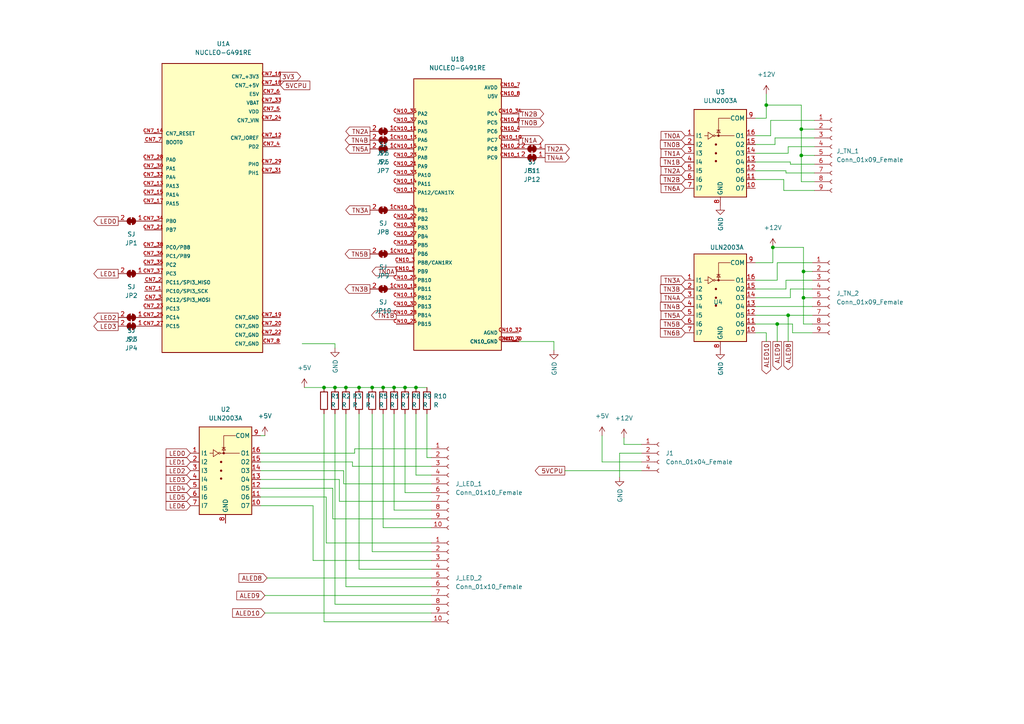
<source format=kicad_sch>
(kicad_sch (version 20211123) (generator eeschema)
  (paper "A4")
  (lib_symbols
    (symbol "Connector:Conn_01x04_Female" (pin_names (offset 1.016) hide)
      (property "Reference" "J" (at 0 5.08 0))
      (property "Value" "Conn_01x04_Female" (at 0 -7.62 0))
      (symbol "Conn_01x04_Female_1_1"
        (arc (start 0 -4.572) (mid -0.508 -5.08) (end 0 -5.588) (stroke (width 0.1524)))
        (arc (start 0 -2.032) (mid -0.508 -2.54) (end 0 -3.048) (stroke (width 0.1524)))
        (polyline (pts (xy -1.27 -5.08) (xy -0.508 -5.08)) (stroke (width 0.1524)))
        (polyline (pts (xy -1.27 -2.54) (xy -0.508 -2.54)) (stroke (width 0.1524)))
        (polyline (pts (xy -1.27 0) (xy -0.508 0)) (stroke (width 0.1524)))
        (polyline (pts (xy -1.27 2.54) (xy -0.508 2.54)) (stroke (width 0.1524)))
        (arc (start 0 0.508) (mid -0.508 0) (end 0 -0.508) (stroke (width 0.1524)))
        (arc (start 0 3.048) (mid -0.508 2.54) (end 0 2.032) (stroke (width 0.1524)))
        (pin passive line (at -5.08 2.54 0) (length 3.81) (name "Pin_1") (number "1"))
        (pin passive line (at -5.08 0 0) (length 3.81) (name "Pin_2") (number "2"))
        (pin passive line (at -5.08 -2.54 0) (length 3.81) (name "Pin_3") (number "3"))
        (pin passive line (at -5.08 -5.08 0) (length 3.81) (name "Pin_4") (number "4"))
      )
    )
    (symbol "Connector:Conn_01x09_Female" (pin_names (offset 1.016) hide)
      (property "Reference" "J" (at 0 12.7 0))
      (property "Value" "Conn_01x09_Female" (at 0 -12.7 0))
      (symbol "Conn_01x09_Female_1_1"
        (arc (start 0 -9.652) (mid -0.508 -10.16) (end 0 -10.668) (stroke (width 0.1524)))
        (arc (start 0 -7.112) (mid -0.508 -7.62) (end 0 -8.128) (stroke (width 0.1524)))
        (arc (start 0 -4.572) (mid -0.508 -5.08) (end 0 -5.588) (stroke (width 0.1524)))
        (arc (start 0 -2.032) (mid -0.508 -2.54) (end 0 -3.048) (stroke (width 0.1524)))
        (polyline (pts (xy -1.27 -10.16) (xy -0.508 -10.16)) (stroke (width 0.1524)))
        (polyline (pts (xy -1.27 -7.62) (xy -0.508 -7.62)) (stroke (width 0.1524)))
        (polyline (pts (xy -1.27 -5.08) (xy -0.508 -5.08)) (stroke (width 0.1524)))
        (polyline (pts (xy -1.27 -2.54) (xy -0.508 -2.54)) (stroke (width 0.1524)))
        (polyline (pts (xy -1.27 0) (xy -0.508 0)) (stroke (width 0.1524)))
        (polyline (pts (xy -1.27 2.54) (xy -0.508 2.54)) (stroke (width 0.1524)))
        (polyline (pts (xy -1.27 5.08) (xy -0.508 5.08)) (stroke (width 0.1524)))
        (polyline (pts (xy -1.27 7.62) (xy -0.508 7.62)) (stroke (width 0.1524)))
        (polyline (pts (xy -1.27 10.16) (xy -0.508 10.16)) (stroke (width 0.1524)))
        (arc (start 0 0.508) (mid -0.508 0) (end 0 -0.508) (stroke (width 0.1524)))
        (arc (start 0 3.048) (mid -0.508 2.54) (end 0 2.032) (stroke (width 0.1524)))
        (arc (start 0 5.588) (mid -0.508 5.08) (end 0 4.572) (stroke (width 0.1524)))
        (arc (start 0 8.128) (mid -0.508 7.62) (end 0 7.112) (stroke (width 0.1524)))
        (arc (start 0 10.668) (mid -0.508 10.16) (end 0 9.652) (stroke (width 0.1524)))
        (pin passive line (at -5.08 10.16 0) (length 3.81) (name "Pin_1") (number "1"))
        (pin passive line (at -5.08 7.62 0) (length 3.81) (name "Pin_2") (number "2"))
        (pin passive line (at -5.08 5.08 0) (length 3.81) (name "Pin_3") (number "3"))
        (pin passive line (at -5.08 2.54 0) (length 3.81) (name "Pin_4") (number "4"))
        (pin passive line (at -5.08 0 0) (length 3.81) (name "Pin_5") (number "5"))
        (pin passive line (at -5.08 -2.54 0) (length 3.81) (name "Pin_6") (number "6"))
        (pin passive line (at -5.08 -5.08 0) (length 3.81) (name "Pin_7") (number "7"))
        (pin passive line (at -5.08 -7.62 0) (length 3.81) (name "Pin_8") (number "8"))
        (pin passive line (at -5.08 -10.16 0) (length 3.81) (name "Pin_9") (number "9"))
      )
    )
    (symbol "Connector:Conn_01x10_Female" (pin_names (offset 1.016) hide)
      (property "Reference" "J" (at 0 12.7 0))
      (property "Value" "Conn_01x10_Female" (at 0 -15.24 0))
      (symbol "Conn_01x10_Female_1_1"
        (arc (start 0 -12.192) (mid -0.508 -12.7) (end 0 -13.208) (stroke (width 0.1524)))
        (arc (start 0 -9.652) (mid -0.508 -10.16) (end 0 -10.668) (stroke (width 0.1524)))
        (arc (start 0 -7.112) (mid -0.508 -7.62) (end 0 -8.128) (stroke (width 0.1524)))
        (arc (start 0 -4.572) (mid -0.508 -5.08) (end 0 -5.588) (stroke (width 0.1524)))
        (arc (start 0 -2.032) (mid -0.508 -2.54) (end 0 -3.048) (stroke (width 0.1524)))
        (polyline (pts (xy -1.27 -12.7) (xy -0.508 -12.7)) (stroke (width 0.1524)))
        (polyline (pts (xy -1.27 -10.16) (xy -0.508 -10.16)) (stroke (width 0.1524)))
        (polyline (pts (xy -1.27 -7.62) (xy -0.508 -7.62)) (stroke (width 0.1524)))
        (polyline (pts (xy -1.27 -5.08) (xy -0.508 -5.08)) (stroke (width 0.1524)))
        (polyline (pts (xy -1.27 -2.54) (xy -0.508 -2.54)) (stroke (width 0.1524)))
        (polyline (pts (xy -1.27 0) (xy -0.508 0)) (stroke (width 0.1524)))
        (polyline (pts (xy -1.27 2.54) (xy -0.508 2.54)) (stroke (width 0.1524)))
        (polyline (pts (xy -1.27 5.08) (xy -0.508 5.08)) (stroke (width 0.1524)))
        (polyline (pts (xy -1.27 7.62) (xy -0.508 7.62)) (stroke (width 0.1524)))
        (polyline (pts (xy -1.27 10.16) (xy -0.508 10.16)) (stroke (width 0.1524)))
        (arc (start 0 0.508) (mid -0.508 0) (end 0 -0.508) (stroke (width 0.1524)))
        (arc (start 0 3.048) (mid -0.508 2.54) (end 0 2.032) (stroke (width 0.1524)))
        (arc (start 0 5.588) (mid -0.508 5.08) (end 0 4.572) (stroke (width 0.1524)))
        (arc (start 0 8.128) (mid -0.508 7.62) (end 0 7.112) (stroke (width 0.1524)))
        (arc (start 0 10.668) (mid -0.508 10.16) (end 0 9.652) (stroke (width 0.1524)))
        (pin passive line (at -5.08 10.16 0) (length 3.81) (name "Pin_1") (number "1"))
        (pin passive line (at -5.08 -12.7 0) (length 3.81) (name "Pin_10") (number "10"))
        (pin passive line (at -5.08 7.62 0) (length 3.81) (name "Pin_2") (number "2"))
        (pin passive line (at -5.08 5.08 0) (length 3.81) (name "Pin_3") (number "3"))
        (pin passive line (at -5.08 2.54 0) (length 3.81) (name "Pin_4") (number "4"))
        (pin passive line (at -5.08 0 0) (length 3.81) (name "Pin_5") (number "5"))
        (pin passive line (at -5.08 -2.54 0) (length 3.81) (name "Pin_6") (number "6"))
        (pin passive line (at -5.08 -5.08 0) (length 3.81) (name "Pin_7") (number "7"))
        (pin passive line (at -5.08 -7.62 0) (length 3.81) (name "Pin_8") (number "8"))
        (pin passive line (at -5.08 -10.16 0) (length 3.81) (name "Pin_9") (number "9"))
      )
    )
    (symbol "Device:R" (pin_numbers hide) (pin_names (offset 0))
      (property "Reference" "R" (at 2.032 0 90))
      (property "Value" "R" (at 0 0 90))
      (symbol "R_0_1"
        (rectangle (start -1.016 -2.54) (end 1.016 2.54) (stroke (width 0.254)))
      )
      (symbol "R_1_1"
        (pin passive line (at 0 3.81 270) (length 1.27) (name "~") (number "1"))
        (pin passive line (at 0 -3.81 90) (length 1.27) (name "~") (number "2"))
      )
    )
    (symbol "Jumper:SolderJumper_2_Bridged" (pin_names (offset 0) hide)
      (property "Reference" "JP" (at 0 2.032 0))
      (property "Value" "SolderJumper_2_Bridged" (at 0 -2.54 0))
      (symbol "SolderJumper_2_Bridged_0_1"
        (rectangle (start -0.508 0.508) (end 0.508 -0.508) (fill (type outline)))
        (arc (start -0.254 1.016) (mid -1.27 0) (end -0.254 -1.016))
        (arc (start -0.254 1.016) (mid -1.27 0) (end -0.254 -1.016) (fill (type outline)))
        (polyline (pts (xy -0.254 1.016) (xy -0.254 -1.016)))
        (polyline (pts (xy 0.254 1.016) (xy 0.254 -1.016)))
        (arc (start 0.254 -1.016) (mid 1.27 0) (end 0.254 1.016))
        (arc (start 0.254 -1.016) (mid 1.27 0) (end 0.254 1.016) (fill (type outline)))
      )
      (symbol "SolderJumper_2_Bridged_1_1"
        (pin passive line (at -3.81 0 0) (length 2.54) (name "A") (number "1"))
        (pin passive line (at 3.81 0 180) (length 2.54) (name "B") (number "2"))
      )
    )
    (symbol "NUCLEO-G491RE_1" (pin_names (offset 1.016))
      (property "Reference" "U1" (at 0 46.355 0))
      (property "Value" "NUCLEO-G491RE" (at 0 43.815 0))
      (symbol "NUCLEO-G491RE_1_1_0"
        (rectangle (start -17.78 40.64) (end 11.43 -43.18) (stroke (width 0.254)) (fill (type background)))
        (pin bidirectional line (at -22.86 -25.4 0) (length 5.08) (name "PC10/SPI3_SCK") (number "CN7_1"))
        (pin bidirectional line (at 16.51 19.05 180) (length 5.08) (name "CN7_IOREF") (number "CN7_12"))
        (pin bidirectional line (at -22.86 5.08 0) (length 5.08) (name "PA13") (number "CN7_13"))
        (pin bidirectional line (at -22.86 20.32 0) (length 5.08) (name "CN7_RESET") (number "CN7_14"))
        (pin bidirectional line (at -22.86 2.54 0) (length 5.08) (name "PA14") (number "CN7_15"))
        (pin power_in line (at 16.51 36.83 180) (length 5.08) (name "CN7_+3V3") (number "CN7_16"))
        (pin bidirectional line (at -22.86 0 0) (length 5.08) (name "PA15") (number "CN7_17"))
        (pin power_in line (at 16.51 34.29 180) (length 5.08) (name "CN7_+5V") (number "CN7_18"))
        (pin power_in line (at 16.51 -33.02 180) (length 5.08) (name "CN7_GND") (number "CN7_19"))
        (pin bidirectional line (at -22.86 -22.86 0) (length 5.08) (name "PC11/SPI3_MISO") (number "CN7_2"))
        (pin power_in line (at 16.51 -35.56 180) (length 5.08) (name "CN7_GND") (number "CN7_20"))
        (pin bidirectional line (at -22.86 -7.62 0) (length 5.08) (name "PB7") (number "CN7_21"))
        (pin power_in line (at 16.51 -38.1 180) (length 5.08) (name "CN7_GND") (number "CN7_22"))
        (pin bidirectional line (at -22.86 -30.48 0) (length 5.08) (name "PC13") (number "CN7_23"))
        (pin power_in line (at 16.51 24.13 180) (length 5.08) (name "CN7_VIN") (number "CN7_24"))
        (pin bidirectional line (at -22.86 -33.02 0) (length 5.08) (name "PC14") (number "CN7_25"))
        (pin bidirectional line (at -22.86 -35.56 0) (length 5.08) (name "PC15") (number "CN7_27"))
        (pin bidirectional line (at -22.86 12.7 0) (length 5.08) (name "PA0") (number "CN7_28"))
        (pin bidirectional line (at 16.51 11.43 180) (length 5.08) (name "PH0") (number "CN7_29"))
        (pin bidirectional line (at -22.86 -27.94 0) (length 5.08) (name "PC12/SPI3_MOSI") (number "CN7_3"))
        (pin bidirectional line (at -22.86 10.16 0) (length 5.08) (name "PA1") (number "CN7_30"))
        (pin bidirectional line (at 16.51 8.89 180) (length 5.08) (name "PH1") (number "CN7_31"))
        (pin bidirectional line (at -22.86 7.62 0) (length 5.08) (name "PA4") (number "CN7_32"))
        (pin power_in line (at 16.51 29.21 180) (length 5.08) (name "VBAT") (number "CN7_33"))
        (pin bidirectional line (at -22.86 -5.08 0) (length 5.08) (name "PB0") (number "CN7_34"))
        (pin bidirectional line (at -22.86 -17.78 0) (length 5.08) (name "PC2") (number "CN7_35"))
        (pin bidirectional line (at -22.86 -15.24 0) (length 5.08) (name "PC1/PB9") (number "CN7_36"))
        (pin bidirectional line (at -22.86 -20.32 0) (length 5.08) (name "PC3") (number "CN7_37"))
        (pin bidirectional line (at -22.86 -12.7 0) (length 5.08) (name "PC0/PB8") (number "CN7_38"))
        (pin bidirectional line (at 16.51 16.51 180) (length 5.08) (name "PD2") (number "CN7_4"))
        (pin power_in line (at 16.51 26.67 180) (length 5.08) (name "VDD") (number "CN7_5"))
        (pin power_in line (at 16.51 31.75 180) (length 5.08) (name "E5V") (number "CN7_6"))
        (pin bidirectional line (at -22.86 17.78 0) (length 5.08) (name "BOOT0") (number "CN7_7"))
        (pin power_in line (at 16.51 -40.64 180) (length 5.08) (name "CN7_GND") (number "CN7_8"))
      )
      (symbol "NUCLEO-G491RE_1_2_0"
        (rectangle (start -12.7 -40.64) (end 12.7 38.1) (stroke (width 0.254)) (fill (type background)))
        (pin bidirectional line (at 17.78 15.24 180) (length 5.08) (name "PC9") (number "CN10_1"))
        (pin bidirectional line (at -17.78 22.86 0) (length 5.08) (name "PA5") (number "CN10_11"))
        (pin bidirectional line (at -17.78 5.08 0) (length 5.08) (name "PA12/CAN1TX") (number "CN10_12"))
        (pin bidirectional line (at -17.78 20.32 0) (length 5.08) (name "PA6") (number "CN10_13"))
        (pin bidirectional line (at -17.78 7.62 0) (length 5.08) (name "PA11") (number "CN10_14"))
        (pin bidirectional line (at -17.78 17.78 0) (length 5.08) (name "PA7") (number "CN10_15"))
        (pin bidirectional line (at -17.78 -22.86 0) (length 5.08) (name "PB12") (number "CN10_16"))
        (pin bidirectional line (at -17.78 -12.7 0) (length 5.08) (name "PB6") (number "CN10_17"))
        (pin bidirectional line (at 17.78 20.32 180) (length 5.08) (name "PC7") (number "CN10_19"))
        (pin bidirectional line (at 17.78 17.78 180) (length 5.08) (name "PC8") (number "CN10_2"))
        (pin power_in line (at 17.78 -38.1 180) (length 5.08) (name "CN10_GND") (number "CN10_20"))
        (pin bidirectional line (at -17.78 12.7 0) (length 5.08) (name "PA9") (number "CN10_21"))
        (pin bidirectional line (at -17.78 -2.54 0) (length 5.08) (name "PB2") (number "CN10_22"))
        (pin bidirectional line (at -17.78 15.24 0) (length 5.08) (name "PA8") (number "CN10_23"))
        (pin bidirectional line (at -17.78 0 0) (length 5.08) (name "PB1") (number "CN10_24"))
        (pin bidirectional line (at -17.78 -20.32 0) (length 5.08) (name "PB10") (number "CN10_25"))
        (pin bidirectional line (at -17.78 -30.48 0) (length 5.08) (name "PB15") (number "CN10_26"))
        (pin bidirectional line (at -17.78 -7.62 0) (length 5.08) (name "PB4") (number "CN10_27"))
        (pin bidirectional line (at -17.78 -27.94 0) (length 5.08) (name "PB14") (number "CN10_28"))
        (pin bidirectional line (at -17.78 -10.16 0) (length 5.08) (name "PB5") (number "CN10_29"))
        (pin bidirectional line (at -17.78 -15.24 0) (length 5.08) (name "PB8/CAN1RX") (number "CN10_3"))
        (pin bidirectional line (at -17.78 -25.4 0) (length 5.08) (name "PB13") (number "CN10_30"))
        (pin bidirectional line (at -17.78 -5.08 0) (length 5.08) (name "PB3") (number "CN10_31"))
        (pin power_in line (at 17.78 -35.56 180) (length 5.08) (name "AGND") (number "CN10_32"))
        (pin bidirectional line (at -17.78 10.16 0) (length 5.08) (name "PA10") (number "CN10_33"))
        (pin bidirectional line (at 17.78 27.94 180) (length 5.08) (name "PC4") (number "CN10_34"))
        (pin bidirectional line (at -17.78 27.94 0) (length 5.08) (name "PA2") (number "CN10_35"))
        (pin bidirectional line (at -17.78 25.4 0) (length 5.08) (name "PA3") (number "CN10_37"))
        (pin bidirectional line (at 17.78 22.86 180) (length 5.08) (name "PC6") (number "CN10_4"))
        (pin bidirectional line (at -17.78 -17.78 0) (length 5.08) (name "PB9") (number "CN10_5"))
        (pin bidirectional line (at 17.78 25.4 180) (length 5.08) (name "PC5") (number "CN10_6"))
        (pin power_in line (at 17.78 35.56 180) (length 5.08) (name "AVDD") (number "CN10_7"))
        (pin power_in line (at 17.78 33.02 180) (length 5.08) (name "U5V") (number "CN10_8"))
        (pin power_in line (at 17.78 -38.1 180) (length 5.08) (name "CN10_GND") (number "CN10_9"))
      )
      (symbol "NUCLEO-G491RE_1_3_0"
        (rectangle (start -15.24 -12.7) (end 15.24 10.16) (stroke (width 0.254)) (fill (type background)))
        (pin bidirectional line (at -20.32 -5.08 0) (length 5.08) (name "CN6_IOREF") (number "CN6_2"))
        (pin bidirectional line (at -20.32 -2.54 0) (length 5.08) (name "CN6_RESET") (number "CN6_3"))
        (pin power_in line (at 20.32 2.54 180) (length 5.08) (name "CN6_+3V3") (number "CN6_4"))
        (pin power_in line (at 20.32 5.08 180) (length 5.08) (name "CN6_+5V") (number "CN6_5"))
        (pin power_in line (at 20.32 -10.16 180) (length 5.08) (name "CN6_GND") (number "CN6_6"))
        (pin power_in line (at 20.32 -10.16 180) (length 5.08) (name "CN6_GND") (number "CN6_7"))
        (pin power_in line (at 20.32 7.62 180) (length 5.08) (name "CN6_VIN") (number "CN6_8"))
      )
      (symbol "NUCLEO-G491RE_1_4_0"
        (rectangle (start -5.08 -12.7) (end 5.08 12.7) (stroke (width 0.254)) (fill (type background)))
        (pin input line (at -10.16 10.16 0) (length 5.08) (name "D0") (number "CN9_1"))
        (pin output line (at -10.16 7.62 0) (length 5.08) (name "D1") (number "CN9_2"))
        (pin bidirectional line (at -10.16 2.54 0) (length 5.08) (name "D2") (number "CN9_3"))
        (pin bidirectional line (at -10.16 0 0) (length 5.08) (name "D3") (number "CN9_4"))
        (pin bidirectional line (at -10.16 -2.54 0) (length 5.08) (name "D4") (number "CN9_5"))
        (pin bidirectional line (at -10.16 -5.08 0) (length 5.08) (name "D5") (number "CN9_6"))
        (pin bidirectional line (at -10.16 -7.62 0) (length 5.08) (name "D6") (number "CN9_7"))
        (pin bidirectional line (at -10.16 -10.16 0) (length 5.08) (name "D7") (number "CN9_8"))
      )
      (symbol "NUCLEO-G491RE_1_5_0"
        (rectangle (start -5.08 -10.16) (end 5.08 7.62) (stroke (width 0.254)) (fill (type background)))
        (pin input line (at -10.16 5.08 0) (length 5.08) (name "A0") (number "CN8_1"))
        (pin input line (at -10.16 2.54 0) (length 5.08) (name "A1") (number "CN8_2"))
        (pin input line (at -10.16 0 0) (length 5.08) (name "A2") (number "CN8_3"))
        (pin input line (at -10.16 -2.54 0) (length 5.08) (name "A3") (number "CN8_4"))
        (pin input line (at -10.16 -5.08 0) (length 5.08) (name "A4") (number "CN8_5"))
        (pin input line (at -10.16 -7.62 0) (length 5.08) (name "A5") (number "CN8_6"))
      )
      (symbol "NUCLEO-G491RE_1_6_0"
        (rectangle (start -10.16 -17.78) (end 10.16 15.24) (stroke (width 0.254)) (fill (type background)))
        (pin bidirectional line (at -15.24 7.62 0) (length 5.08) (name "D8") (number "CN5_1"))
        (pin bidirectional clock (at -15.24 -10.16 0) (length 5.08) (name "D15") (number "CN5_10"))
        (pin bidirectional line (at -15.24 5.08 0) (length 5.08) (name "D9") (number "CN5_2"))
        (pin bidirectional line (at -15.24 2.54 0) (length 5.08) (name "D10") (number "CN5_3"))
        (pin bidirectional line (at -15.24 0 0) (length 5.08) (name "D11") (number "CN5_4"))
        (pin bidirectional line (at -15.24 -2.54 0) (length 5.08) (name "D12") (number "CN5_5"))
        (pin bidirectional clock (at -15.24 -5.08 0) (length 5.08) (name "D13") (number "CN5_6"))
        (pin power_in line (at 15.24 -15.24 180) (length 5.08) (name "CN5_GND") (number "CN5_7"))
        (pin power_in line (at 15.24 12.7 180) (length 5.08) (name "AREF") (number "CN5_8"))
        (pin bidirectional line (at -15.24 -7.62 0) (length 5.08) (name "D14") (number "CN5_9"))
      )
    )
    (symbol "Transistor_Array:ULN2003A"
      (property "Reference" "U" (at 0 15.875 0))
      (property "Value" "ULN2003A" (at 0 13.97 0))
      (symbol "ULN2003A_0_1"
        (rectangle (start -7.62 -12.7) (end 7.62 12.7) (stroke (width 0.254)) (fill (type background)))
        (circle (center -1.778 5.08) (radius 0.254))
        (circle (center -1.27 -2.286) (radius 0.254) (fill (type outline)))
        (circle (center -1.27 0) (radius 0.254) (fill (type outline)))
        (circle (center -1.27 2.54) (radius 0.254) (fill (type outline)))
        (circle (center -0.508 5.08) (radius 0.254) (fill (type outline)))
        (polyline (pts (xy -4.572 5.08) (xy -3.556 5.08)))
        (polyline (pts (xy -1.524 5.08) (xy 4.064 5.08)))
        (polyline (pts (xy 0 6.731) (xy -1.016 6.731)))
        (polyline (pts (xy -0.508 5.08) (xy -0.508 10.16) (xy 2.921 10.16)))
        (polyline (pts (xy -3.556 6.096) (xy -3.556 4.064) (xy -2.032 5.08) (xy -3.556 6.096)))
        (polyline (pts (xy 0 5.969) (xy -1.016 5.969) (xy -0.508 6.731) (xy 0 5.969)))
      )
      (symbol "ULN2003A_1_1"
        (pin input line (at -10.16 5.08 0) (length 2.54) (name "I1") (number "1"))
        (pin open_collector line (at 10.16 -10.16 180) (length 2.54) (name "O7") (number "10"))
        (pin open_collector line (at 10.16 -7.62 180) (length 2.54) (name "O6") (number "11"))
        (pin open_collector line (at 10.16 -5.08 180) (length 2.54) (name "O5") (number "12"))
        (pin open_collector line (at 10.16 -2.54 180) (length 2.54) (name "O4") (number "13"))
        (pin open_collector line (at 10.16 0 180) (length 2.54) (name "O3") (number "14"))
        (pin open_collector line (at 10.16 2.54 180) (length 2.54) (name "O2") (number "15"))
        (pin open_collector line (at 10.16 5.08 180) (length 2.54) (name "O1") (number "16"))
        (pin input line (at -10.16 2.54 0) (length 2.54) (name "I2") (number "2"))
        (pin input line (at -10.16 0 0) (length 2.54) (name "I3") (number "3"))
        (pin input line (at -10.16 -2.54 0) (length 2.54) (name "I4") (number "4"))
        (pin input line (at -10.16 -5.08 0) (length 2.54) (name "I5") (number "5"))
        (pin input line (at -10.16 -7.62 0) (length 2.54) (name "I6") (number "6"))
        (pin input line (at -10.16 -10.16 0) (length 2.54) (name "I7") (number "7"))
        (pin power_in line (at 0 -15.24 90) (length 2.54) (name "GND") (number "8"))
        (pin passive line (at 10.16 10.16 180) (length 2.54) (name "COM") (number "9"))
      )
    )
    (symbol "nucleo64:NUCLEO-G491RE" (pin_names (offset 1.016))
      (property "Reference" "U1" (at 0 43.815 0))
      (property "Value" "NUCLEO-G491RE" (at 0 41.275 0))
      (symbol "NUCLEO-G491RE_1_0"
        (rectangle (start -17.78 -43.18) (end 17.78 40.64) (stroke (width 0.254)) (fill (type background)))
        (pin bidirectional line (at -22.86 -25.4 0) (length 5.08) (name "PC10") (number "CN7_1"))
        (pin bidirectional line (at 22.86 20.32 180) (length 5.08) (name "CN7_IOREF") (number "CN7_12"))
        (pin bidirectional line (at -22.86 5.08 0) (length 5.08) (name "PA13") (number "CN7_13"))
        (pin bidirectional line (at -22.86 20.32 0) (length 5.08) (name "CN7_RESET") (number "CN7_14"))
        (pin bidirectional line (at -22.86 2.54 0) (length 5.08) (name "PA14") (number "CN7_15"))
        (pin power_in line (at 22.86 38.1 180) (length 5.08) (name "CN7_+3V3") (number "CN7_16"))
        (pin bidirectional line (at -22.86 0 0) (length 5.08) (name "PA15") (number "CN7_17"))
        (pin power_in line (at 22.86 35.56 180) (length 5.08) (name "CN7_+5V") (number "CN7_18"))
        (pin power_in line (at 22.86 -40.64 180) (length 5.08) (name "CN7_GND") (number "CN7_19"))
        (pin bidirectional line (at -22.86 -22.86 0) (length 5.08) (name "PC11") (number "CN7_2"))
        (pin power_in line (at 22.86 -40.64 180) (length 5.08) (name "CN7_GND") (number "CN7_20"))
        (pin bidirectional line (at -22.86 -7.62 0) (length 5.08) (name "PB7") (number "CN7_21"))
        (pin power_in line (at 22.86 -40.64 180) (length 5.08) (name "CN7_GND") (number "CN7_22"))
        (pin bidirectional line (at -22.86 -30.48 0) (length 5.08) (name "PC13") (number "CN7_23"))
        (pin power_in line (at 22.86 25.4 180) (length 5.08) (name "CN7_VIN") (number "CN7_24"))
        (pin bidirectional line (at -22.86 -33.02 0) (length 5.08) (name "PC14") (number "CN7_25"))
        (pin bidirectional line (at -22.86 -35.56 0) (length 5.08) (name "PC15") (number "CN7_27"))
        (pin bidirectional line (at -22.86 12.7 0) (length 5.08) (name "PA0") (number "CN7_28"))
        (pin bidirectional line (at 22.86 12.7 180) (length 5.08) (name "PH0") (number "CN7_29"))
        (pin bidirectional line (at -22.86 -27.94 0) (length 5.08) (name "PC12") (number "CN7_3"))
        (pin bidirectional line (at -22.86 10.16 0) (length 5.08) (name "PA1") (number "CN7_30"))
        (pin bidirectional line (at 22.86 10.16 180) (length 5.08) (name "PH1") (number "CN7_31"))
        (pin bidirectional line (at -22.86 7.62 0) (length 5.08) (name "PA4") (number "CN7_32"))
        (pin power_in line (at 22.86 30.48 180) (length 5.08) (name "VBAT") (number "CN7_33"))
        (pin bidirectional line (at -22.86 -5.08 0) (length 5.08) (name "PB0") (number "CN7_34"))
        (pin bidirectional line (at -22.86 -17.78 0) (length 5.08) (name "PC2") (number "CN7_35"))
        (pin bidirectional line (at -22.86 -15.24 0) (length 5.08) (name "PC1/PB9") (number "CN7_36"))
        (pin bidirectional line (at -22.86 -20.32 0) (length 5.08) (name "PC3") (number "CN7_37"))
        (pin bidirectional line (at -22.86 -12.7 0) (length 5.08) (name "PC0/PB8") (number "CN7_38"))
        (pin bidirectional line (at 22.86 17.78 180) (length 5.08) (name "PD2") (number "CN7_4"))
        (pin power_in line (at 22.86 27.94 180) (length 5.08) (name "VDD") (number "CN7_5"))
        (pin power_in line (at 22.86 33.02 180) (length 5.08) (name "E5V") (number "CN7_6"))
        (pin bidirectional line (at -22.86 17.78 0) (length 5.08) (name "BOOT0") (number "CN7_7"))
        (pin power_in line (at 22.86 -40.64 180) (length 5.08) (name "CN7_GND") (number "CN7_8"))
      )
      (symbol "NUCLEO-G491RE_2_0"
        (rectangle (start -12.7 -40.64) (end 12.7 38.1) (stroke (width 0.254)) (fill (type background)))
        (pin bidirectional line (at 17.78 15.24 180) (length 5.08) (name "PC9") (number "CN10_1"))
        (pin bidirectional line (at -17.78 22.86 0) (length 5.08) (name "PA5") (number "CN10_11"))
        (pin bidirectional line (at -17.78 5.08 0) (length 5.08) (name "PA12/CAN1TX") (number "CN10_12"))
        (pin bidirectional line (at -17.78 20.32 0) (length 5.08) (name "PA6") (number "CN10_13"))
        (pin bidirectional line (at -17.78 7.62 0) (length 5.08) (name "PA11") (number "CN10_14"))
        (pin bidirectional line (at -17.78 17.78 0) (length 5.08) (name "PA7") (number "CN10_15"))
        (pin bidirectional line (at -17.78 -25.4 0) (length 5.08) (name "PB12") (number "CN10_16"))
        (pin bidirectional line (at -17.78 -12.7 0) (length 5.08) (name "PB6") (number "CN10_17"))
        (pin bidirectional line (at -17.78 -22.86 0) (length 5.08) (name "PB11") (number "CN10_18"))
        (pin bidirectional line (at 17.78 20.32 180) (length 5.08) (name "PC7") (number "CN10_19"))
        (pin bidirectional line (at 17.78 17.78 180) (length 5.08) (name "PC8") (number "CN10_2"))
        (pin power_in line (at 17.78 -38.1 180) (length 5.08) (name "CN10_GND") (number "CN10_20"))
        (pin bidirectional line (at -17.78 12.7 0) (length 5.08) (name "PA9") (number "CN10_21"))
        (pin bidirectional line (at -17.78 -2.54 0) (length 5.08) (name "PB2") (number "CN10_22"))
        (pin bidirectional line (at -17.78 15.24 0) (length 5.08) (name "PA8") (number "CN10_23"))
        (pin bidirectional line (at -17.78 0 0) (length 5.08) (name "PB1") (number "CN10_24"))
        (pin bidirectional line (at -17.78 -20.32 0) (length 5.08) (name "PB10") (number "CN10_25"))
        (pin bidirectional line (at -17.78 -33.02 0) (length 5.08) (name "PB15") (number "CN10_26"))
        (pin bidirectional line (at -17.78 -7.62 0) (length 5.08) (name "PB4") (number "CN10_27"))
        (pin bidirectional line (at -17.78 -30.48 0) (length 5.08) (name "PB14") (number "CN10_28"))
        (pin bidirectional line (at -17.78 -10.16 0) (length 5.08) (name "PB5") (number "CN10_29"))
        (pin bidirectional line (at -17.78 -15.24 0) (length 5.08) (name "PB8/CAN1RX") (number "CN10_3"))
        (pin bidirectional line (at -17.78 -27.94 0) (length 5.08) (name "PB13") (number "CN10_30"))
        (pin bidirectional line (at -17.78 -5.08 0) (length 5.08) (name "PB3") (number "CN10_31"))
        (pin power_in line (at 17.78 -35.56 180) (length 5.08) (name "AGND") (number "CN10_32"))
        (pin bidirectional line (at -17.78 10.16 0) (length 5.08) (name "PA10") (number "CN10_33"))
        (pin bidirectional line (at 17.78 27.94 180) (length 5.08) (name "PC4") (number "CN10_34"))
        (pin bidirectional line (at -17.78 27.94 0) (length 5.08) (name "PA2") (number "CN10_35"))
        (pin bidirectional line (at -17.78 25.4 0) (length 5.08) (name "PA3") (number "CN10_37"))
        (pin bidirectional line (at 17.78 22.86 180) (length 5.08) (name "PC6") (number "CN10_4"))
        (pin bidirectional line (at -17.78 -17.78 0) (length 5.08) (name "PB9") (number "CN10_5"))
        (pin bidirectional line (at 17.78 25.4 180) (length 5.08) (name "PC5") (number "CN10_6"))
        (pin power_in line (at 17.78 35.56 180) (length 5.08) (name "AVDD") (number "CN10_7"))
        (pin power_in line (at 17.78 33.02 180) (length 5.08) (name "U5V") (number "CN10_8"))
        (pin power_in line (at 17.78 -38.1 180) (length 5.08) (name "CN10_GND") (number "CN10_9"))
      )
      (symbol "NUCLEO-G491RE_3_0"
        (rectangle (start -15.24 -12.7) (end 15.24 10.16) (stroke (width 0.254)) (fill (type background)))
        (pin bidirectional line (at -20.32 -5.08 0) (length 5.08) (name "CN6_IOREF") (number "CN6_2"))
        (pin bidirectional line (at -20.32 -2.54 0) (length 5.08) (name "CN6_RESET") (number "CN6_3"))
        (pin power_in line (at 20.32 2.54 180) (length 5.08) (name "CN6_+3V3") (number "CN6_4"))
        (pin power_in line (at 20.32 5.08 180) (length 5.08) (name "CN6_+5V") (number "CN6_5"))
        (pin power_in line (at 20.32 -10.16 180) (length 5.08) (name "CN6_GND") (number "CN6_6"))
        (pin power_in line (at 20.32 -10.16 180) (length 5.08) (name "CN6_GND") (number "CN6_7"))
        (pin power_in line (at 20.32 7.62 180) (length 5.08) (name "CN6_VIN") (number "CN6_8"))
      )
      (symbol "NUCLEO-G491RE_4_0"
        (rectangle (start -5.08 -12.7) (end 5.08 12.7) (stroke (width 0.254)) (fill (type background)))
        (pin input line (at -10.16 10.16 0) (length 5.08) (name "D0") (number "CN9_1"))
        (pin output line (at -10.16 7.62 0) (length 5.08) (name "D1") (number "CN9_2"))
        (pin bidirectional line (at -10.16 2.54 0) (length 5.08) (name "D2") (number "CN9_3"))
        (pin bidirectional line (at -10.16 0 0) (length 5.08) (name "D3") (number "CN9_4"))
        (pin bidirectional line (at -10.16 -2.54 0) (length 5.08) (name "D4") (number "CN9_5"))
        (pin bidirectional line (at -10.16 -5.08 0) (length 5.08) (name "D5") (number "CN9_6"))
        (pin bidirectional line (at -10.16 -7.62 0) (length 5.08) (name "D6") (number "CN9_7"))
        (pin bidirectional line (at -10.16 -10.16 0) (length 5.08) (name "D7") (number "CN9_8"))
      )
      (symbol "NUCLEO-G491RE_5_0"
        (rectangle (start -5.08 -10.16) (end 5.08 7.62) (stroke (width 0.254)) (fill (type background)))
        (pin input line (at -10.16 5.08 0) (length 5.08) (name "A0") (number "CN8_1"))
        (pin input line (at -10.16 2.54 0) (length 5.08) (name "A1") (number "CN8_2"))
        (pin input line (at -10.16 0 0) (length 5.08) (name "A2") (number "CN8_3"))
        (pin input line (at -10.16 -2.54 0) (length 5.08) (name "A3") (number "CN8_4"))
        (pin input line (at -10.16 -5.08 0) (length 5.08) (name "A4") (number "CN8_5"))
        (pin input line (at -10.16 -7.62 0) (length 5.08) (name "A5") (number "CN8_6"))
      )
      (symbol "NUCLEO-G491RE_6_0"
        (rectangle (start -10.16 -17.78) (end 10.16 15.24) (stroke (width 0.254)) (fill (type background)))
        (pin bidirectional line (at -15.24 7.62 0) (length 5.08) (name "D8") (number "CN5_1"))
        (pin bidirectional clock (at -15.24 -10.16 0) (length 5.08) (name "D15") (number "CN5_10"))
        (pin bidirectional line (at -15.24 5.08 0) (length 5.08) (name "D9") (number "CN5_2"))
        (pin bidirectional line (at -15.24 2.54 0) (length 5.08) (name "D10") (number "CN5_3"))
        (pin bidirectional line (at -15.24 0 0) (length 5.08) (name "D11") (number "CN5_4"))
        (pin bidirectional line (at -15.24 -2.54 0) (length 5.08) (name "D12") (number "CN5_5"))
        (pin bidirectional clock (at -15.24 -5.08 0) (length 5.08) (name "D13") (number "CN5_6"))
        (pin power_in line (at 15.24 -15.24 180) (length 5.08) (name "CN5_GND") (number "CN5_7"))
        (pin power_in line (at 15.24 12.7 180) (length 5.08) (name "AREF") (number "CN5_8"))
        (pin bidirectional line (at -15.24 -7.62 0) (length 5.08) (name "D14") (number "CN5_9"))
      )
    )
    (symbol "power:+12V" (power) (pin_names (offset 0))
      (property "Value" "+12V" (at 0 3.556 0))
      (symbol "+12V_0_1"
        (polyline (pts (xy -0.762 1.27) (xy 0 2.54)))
        (polyline (pts (xy 0 0) (xy 0 2.54)))
        (polyline (pts (xy 0 2.54) (xy 0.762 1.27)))
      )
      (symbol "+12V_1_1"
        (pin power_in line (at 0 0 90) (length 0) hide (name "+12V") (number "1"))
      )
    )
    (symbol "power:+5V" (power) (pin_names (offset 0))
      (property "Value" "+5V" (at 0 3.556 0))
      (symbol "+5V_0_1"
        (polyline (pts (xy -0.762 1.27) (xy 0 2.54)))
        (polyline (pts (xy 0 0) (xy 0 2.54)))
        (polyline (pts (xy 0 2.54) (xy 0.762 1.27)))
      )
      (symbol "+5V_1_1"
        (pin power_in line (at 0 0 90) (length 0) hide (name "+5V") (number "1"))
      )
    )
    (symbol "power:GND" (power) (pin_names (offset 0))
      (property "Value" "GND" (at 0 -3.81 0))
      (symbol "GND_0_1"
        (polyline (pts (xy 0 0) (xy 0 -1.27) (xy 1.27 -1.27) (xy 0 -2.54) (xy -1.27 -1.27) (xy 0 -1.27)))
      )
      (symbol "GND_1_1"
        (pin power_in line (at 0 0 270) (length 0) hide (name "GND") (number "1"))
      )
    )
  )
  (junction (at 225.425 93.98))
  (junction (at 232.41 37.465))
  (junction (at 111.125 112.395))
  (junction (at 222.25 30.48))
  (junction (at 233.045 86.36))
  (junction (at 114.3 112.395))
  (junction (at 107.95 112.395))
  (junction (at 233.045 78.74))
  (junction (at 104.14 112.395))
  (junction (at 224.155 71.755))
  (junction (at 97.155 112.395))
  (junction (at 232.41 45.085))
  (junction (at 120.65 112.395))
  (junction (at 228.6 91.44))
  (junction (at 93.98 112.395))
  (junction (at 117.475 112.395))
  (junction (at 100.33 112.395))
  (wire (pts (xy 76.835 172.72) (xy 125.095 172.72)))
  (wire (pts (xy 232.41 30.48) (xy 222.25 30.48)))
  (wire (pts (xy 219.075 52.07) (xy 227.33 52.07)))
  (wire (pts (xy 227.965 81.28) (xy 235.585 81.28)))
  (wire (pts (xy 219.075 83.82) (xy 227.965 83.82)))
  (wire (pts (xy 75.565 131.445) (xy 102.87 131.445)))
  (wire (pts (xy 233.045 78.74) (xy 235.585 78.74)))
  (wire (pts (xy 163.83 136.525) (xy 186.055 136.525)))
  (wire (pts (xy 224.155 71.755) (xy 233.045 71.755)))
  (wire (pts (xy 117.475 142.875) (xy 125.095 142.875)))
  (wire (pts (xy 219.075 76.2) (xy 224.155 76.2)))
  (wire (pts (xy 222.25 30.48) (xy 222.25 34.29)))
  (wire (pts (xy 102.87 130.175) (xy 125.095 130.175)))
  (wire (pts (xy 222.25 96.52) (xy 222.25 99.06)))
  (wire (pts (xy 94.615 144.145) (xy 94.615 157.48)))
  (wire (pts (xy 229.87 93.98) (xy 229.87 96.52)))
  (wire (pts (xy 123.825 120.015) (xy 123.825 132.715)))
  (wire (pts (xy 219.075 88.9) (xy 235.585 88.9)))
  (wire (pts (xy 102.235 133.985) (xy 102.235 135.255)))
  (wire (pts (xy 107.95 160.02) (xy 125.095 160.02)))
  (wire (pts (xy 233.045 86.36) (xy 235.585 86.36)))
  (wire (pts (xy 114.3 147.955) (xy 125.095 147.955)))
  (wire (pts (xy 233.045 78.74) (xy 233.045 71.755)))
  (wire (pts (xy 232.41 37.465) (xy 236.22 37.465)))
  (wire (pts (xy 219.075 46.99) (xy 229.235 46.99)))
  (wire (pts (xy 229.235 83.82) (xy 235.585 83.82)))
  (wire (pts (xy 75.565 144.145) (xy 94.615 144.145)))
  (wire (pts (xy 98.425 145.415) (xy 125.095 145.415)))
  (wire (pts (xy 235.585 93.98) (xy 233.045 93.98)))
  (wire (pts (xy 100.33 120.015) (xy 100.33 170.18)))
  (wire (pts (xy 219.075 41.91) (xy 224.79 41.91)))
  (wire (pts (xy 117.475 112.395) (xy 120.65 112.395)))
  (wire (pts (xy 232.41 45.085) (xy 236.22 45.085)))
  (wire (pts (xy 117.475 120.015) (xy 117.475 142.875)))
  (wire (pts (xy 107.95 112.395) (xy 111.125 112.395)))
  (wire (pts (xy 219.075 91.44) (xy 228.6 91.44)))
  (wire (pts (xy 180.975 127) (xy 180.975 128.905)))
  (wire (pts (xy 179.705 138.43) (xy 179.705 131.445)))
  (wire (pts (xy 104.14 112.395) (xy 107.95 112.395)))
  (wire (pts (xy 225.425 76.2) (xy 235.585 76.2)))
  (wire (pts (xy 219.075 86.36) (xy 229.235 86.36)))
  (wire (pts (xy 125.095 180.34) (xy 93.98 180.34)))
  (wire (pts (xy 123.825 132.715) (xy 125.095 132.715)))
  (wire (pts (xy 227.965 49.53) (xy 227.965 50.165)))
  (wire (pts (xy 179.705 131.445) (xy 186.055 131.445)))
  (wire (pts (xy 228.6 42.545) (xy 236.22 42.545)))
  (wire (pts (xy 111.125 120.015) (xy 111.125 153.035)))
  (wire (pts (xy 114.3 120.015) (xy 114.3 147.955)))
  (wire (pts (xy 93.98 112.395) (xy 97.155 112.395)))
  (wire (pts (xy 219.075 44.45) (xy 228.6 44.45)))
  (wire (pts (xy 107.95 120.015) (xy 107.95 160.02)))
  (wire (pts (xy 104.14 165.1) (xy 125.095 165.1)))
  (wire (pts (xy 90.805 146.685) (xy 90.805 162.56)))
  (wire (pts (xy 96.52 150.495) (xy 125.095 150.495)))
  (wire (pts (xy 93.98 180.34) (xy 93.98 120.015)))
  (wire (pts (xy 75.565 141.605) (xy 96.52 141.605)))
  (wire (pts (xy 102.87 131.445) (xy 102.87 130.175)))
  (wire (pts (xy 229.235 86.36) (xy 229.235 83.82)))
  (wire (pts (xy 150.495 99.06) (xy 160.655 99.06)))
  (wire (pts (xy 219.075 96.52) (xy 222.25 96.52)))
  (wire (pts (xy 174.625 133.985) (xy 186.055 133.985)))
  (wire (pts (xy 98.425 139.065) (xy 98.425 145.415)))
  (wire (pts (xy 224.79 41.91) (xy 224.79 40.005)))
  (wire (pts (xy 233.045 93.98) (xy 233.045 86.36)))
  (wire (pts (xy 225.425 81.28) (xy 225.425 76.2)))
  (wire (pts (xy 75.565 133.985) (xy 102.235 133.985)))
  (wire (pts (xy 223.52 34.925) (xy 236.22 34.925)))
  (wire (pts (xy 87.63 99.695) (xy 97.155 99.695)))
  (wire (pts (xy 104.14 120.015) (xy 104.14 165.1)))
  (wire (pts (xy 224.155 76.2) (xy 224.155 71.755)))
  (wire (pts (xy 229.87 96.52) (xy 235.585 96.52)))
  (wire (pts (xy 180.975 128.905) (xy 186.055 128.905)))
  (wire (pts (xy 174.625 126.365) (xy 174.625 133.985)))
  (wire (pts (xy 88.265 112.395) (xy 93.98 112.395)))
  (wire (pts (xy 75.565 146.685) (xy 90.805 146.685)))
  (wire (pts (xy 227.965 83.82) (xy 227.965 81.28)))
  (wire (pts (xy 120.65 112.395) (xy 123.825 112.395)))
  (wire (pts (xy 99.695 136.525) (xy 99.695 140.335)))
  (wire (pts (xy 75.565 126.365) (xy 76.835 126.365)))
  (wire (pts (xy 227.33 55.245) (xy 236.22 55.245)))
  (wire (pts (xy 90.805 162.56) (xy 125.095 162.56)))
  (wire (pts (xy 125.095 175.26) (xy 97.155 175.26)))
  (wire (pts (xy 222.25 30.48) (xy 222.25 27.305)))
  (wire (pts (xy 219.075 39.37) (xy 223.52 39.37)))
  (wire (pts (xy 229.235 47.625) (xy 236.22 47.625)))
  (wire (pts (xy 232.41 52.705) (xy 232.41 45.085)))
  (wire (pts (xy 160.655 99.06) (xy 160.655 101.6)))
  (wire (pts (xy 114.3 112.395) (xy 117.475 112.395)))
  (wire (pts (xy 219.075 49.53) (xy 227.965 49.53)))
  (wire (pts (xy 228.6 91.44) (xy 228.6 99.06)))
  (wire (pts (xy 228.6 44.45) (xy 228.6 42.545)))
  (wire (pts (xy 99.695 140.335) (xy 125.095 140.335)))
  (wire (pts (xy 219.075 93.98) (xy 225.425 93.98)))
  (wire (pts (xy 75.565 136.525) (xy 99.695 136.525)))
  (wire (pts (xy 97.155 112.395) (xy 100.33 112.395)))
  (wire (pts (xy 97.155 120.015) (xy 97.155 175.26)))
  (wire (pts (xy 229.235 46.99) (xy 229.235 47.625)))
  (wire (pts (xy 224.79 40.005) (xy 236.22 40.005)))
  (wire (pts (xy 236.22 52.705) (xy 232.41 52.705)))
  (wire (pts (xy 227.965 50.165) (xy 236.22 50.165)))
  (wire (pts (xy 111.125 153.035) (xy 125.095 153.035)))
  (wire (pts (xy 77.47 167.64) (xy 125.095 167.64)))
  (wire (pts (xy 100.33 170.18) (xy 125.095 170.18)))
  (wire (pts (xy 227.33 52.07) (xy 227.33 55.245)))
  (wire (pts (xy 228.6 91.44) (xy 235.585 91.44)))
  (wire (pts (xy 223.52 39.37) (xy 223.52 34.925)))
  (wire (pts (xy 225.425 93.98) (xy 229.87 93.98)))
  (wire (pts (xy 232.41 45.085) (xy 232.41 37.465)))
  (wire (pts (xy 75.565 139.065) (xy 98.425 139.065)))
  (wire (pts (xy 96.52 141.605) (xy 96.52 150.495)))
  (wire (pts (xy 219.075 81.28) (xy 225.425 81.28)))
  (wire (pts (xy 125.095 137.795) (xy 120.65 137.795)))
  (wire (pts (xy 111.125 112.395) (xy 114.3 112.395)))
  (wire (pts (xy 102.235 135.255) (xy 125.095 135.255)))
  (wire (pts (xy 120.65 137.795) (xy 120.65 120.015)))
  (wire (pts (xy 232.41 37.465) (xy 232.41 30.48)))
  (wire (pts (xy 225.425 93.98) (xy 225.425 99.06)))
  (wire (pts (xy 233.045 86.36) (xy 233.045 78.74)))
  (wire (pts (xy 94.615 157.48) (xy 125.095 157.48)))
  (wire (pts (xy 76.835 177.8) (xy 125.095 177.8)))
  (wire (pts (xy 100.33 112.395) (xy 104.14 112.395)))
  (wire (pts (xy 222.25 34.29) (xy 219.075 34.29)))
  (wire (pts (xy 97.155 99.695) (xy 97.155 100.965)))
  (global_label "LED0" (shape output) (at 34.29 64.135 180) (property "Intersheet References" "${INTERSHEET_REFS}" (effects hide)))
  (global_label "TN5A" (shape input) (at 198.755 91.44 180) (property "Intersheet References" "${INTERSHEET_REFS}" (effects hide)))
  (global_label "TN2A" (shape output) (at 107.315 38.1 180) (property "Intersheet References" "${INTERSHEET_REFS}" (effects hide)))
  (global_label "TN0A" (shape input) (at 198.755 39.37 180) (property "Intersheet References" "${INTERSHEET_REFS}" (effects hide)))
  (global_label "TN5B" (shape output) (at 107.315 73.66 180) (property "Intersheet References" "${INTERSHEET_REFS}" (effects hide)))
  (global_label "TN3B" (shape output) (at 107.315 83.82 180) (property "Intersheet References" "${INTERSHEET_REFS}" (effects hide)))
  (global_label "LED1" (shape output) (at 34.29 79.375 180) (property "Intersheet References" "${INTERSHEET_REFS}" (effects hide)))
  (global_label "TN5A" (shape output) (at 107.315 43.18 180) (property "Intersheet References" "${INTERSHEET_REFS}" (effects hide)))
  (global_label "5VCPU" (shape input) (at 81.28 24.765 0) (property "Intersheet References" "${INTERSHEET_REFS}" (effects hide)))
  (global_label "TN0B" (shape input) (at 198.755 41.91 180) (property "Intersheet References" "${INTERSHEET_REFS}" (effects hide)))
  (global_label "TN6B" (shape input) (at 198.755 96.52 180) (property "Intersheet References" "${INTERSHEET_REFS}" (effects hide)))
  (global_label "TN1B" (shape input) (at 198.755 46.99 180) (property "Intersheet References" "${INTERSHEET_REFS}" (effects hide)))
  (global_label "TN4A" (shape output) (at 158.115 45.72 0) (property "Intersheet References" "${INTERSHEET_REFS}" (effects hide)))
  (global_label "LED0" (shape input) (at 55.245 131.445 180) (property "Intersheet References" "${INTERSHEET_REFS}" (effects hide)))
  (global_label "5VCPU" (shape output) (at 163.83 136.525 180) (property "Intersheet References" "${INTERSHEET_REFS}" (effects hide)))
  (global_label "TN2B" (shape output) (at 150.495 33.02 0) (property "Intersheet References" "${INTERSHEET_REFS}" (effects hide)))
  (global_label "ALED9" (shape input) (at 76.835 172.72 180) (property "Intersheet References" "${INTERSHEET_REFS}" (effects hide)))
  (global_label "TN3A" (shape input) (at 198.755 81.28 180) (property "Intersheet References" "${INTERSHEET_REFS}" (effects hide)))
  (global_label "TN1A" (shape output) (at 150.495 40.64 0) (property "Intersheet References" "${INTERSHEET_REFS}" (effects hide)))
  (global_label "TN2A" (shape output) (at 158.115 43.18 0) (property "Intersheet References" "${INTERSHEET_REFS}" (effects hide)))
  (global_label "LED4" (shape input) (at 55.245 141.605 180) (property "Intersheet References" "${INTERSHEET_REFS}" (effects hide)))
  (global_label "TN2A" (shape input) (at 198.755 49.53 180) (property "Intersheet References" "${INTERSHEET_REFS}" (effects hide)))
  (global_label "ALED10" (shape output) (at 222.25 99.06 270) (property "Intersheet References" "${INTERSHEET_REFS}" (effects hide)))
  (global_label "ALED8" (shape input) (at 77.47 167.64 180) (property "Intersheet References" "${INTERSHEET_REFS}" (effects hide)))
  (global_label "TN1A" (shape input) (at 198.755 44.45 180) (property "Intersheet References" "${INTERSHEET_REFS}" (effects hide)))
  (global_label "TN3B" (shape input) (at 198.755 83.82 180) (property "Intersheet References" "${INTERSHEET_REFS}" (effects hide)))
  (global_label "TN4B" (shape input) (at 198.755 88.9 180) (property "Intersheet References" "${INTERSHEET_REFS}" (effects hide)))
  (global_label "ALED8" (shape output) (at 228.6 99.06 270) (property "Intersheet References" "${INTERSHEET_REFS}" (effects hide)))
  (global_label "ALED9" (shape output) (at 225.425 99.06 270) (property "Intersheet References" "${INTERSHEET_REFS}" (effects hide)))
  (global_label "TN4B" (shape output) (at 107.315 40.64 180) (property "Intersheet References" "${INTERSHEET_REFS}" (effects hide)))
  (global_label "TN2B" (shape input) (at 198.755 52.07 180) (property "Intersheet References" "${INTERSHEET_REFS}" (effects hide)))
  (global_label "TN1B" (shape output) (at 114.935 91.44 180) (property "Intersheet References" "${INTERSHEET_REFS}" (effects hide)))
  (global_label "TN3A" (shape output) (at 107.315 60.96 180) (property "Intersheet References" "${INTERSHEET_REFS}" (effects hide)))
  (global_label "TN6A" (shape input) (at 198.755 54.61 180) (property "Intersheet References" "${INTERSHEET_REFS}" (effects hide)))
  (global_label "3V3" (shape output) (at 81.28 22.225 0) (property "Intersheet References" "${INTERSHEET_REFS}" (effects hide)))
  (global_label "TN0A" (shape output) (at 114.935 78.74 180) (property "Intersheet References" "${INTERSHEET_REFS}" (effects hide)))
  (global_label "TN0B" (shape output) (at 150.495 35.56 0) (property "Intersheet References" "${INTERSHEET_REFS}" (effects hide)))
  (global_label "ALED10" (shape input) (at 76.835 177.8 180) (property "Intersheet References" "${INTERSHEET_REFS}" (effects hide)))
  (global_label "TN5B" (shape input) (at 198.755 93.98 180) (property "Intersheet References" "${INTERSHEET_REFS}" (effects hide)))
  (global_label "LED1" (shape input) (at 55.245 133.985 180) (property "Intersheet References" "${INTERSHEET_REFS}" (effects hide)))
  (global_label "LED2" (shape output) (at 34.29 92.075 180) (property "Intersheet References" "${INTERSHEET_REFS}" (effects hide)))
  (global_label "LED5" (shape input) (at 55.245 144.145 180) (property "Intersheet References" "${INTERSHEET_REFS}" (effects hide)))
  (global_label "TN4A" (shape input) (at 198.755 86.36 180) (property "Intersheet References" "${INTERSHEET_REFS}" (effects hide)))
  (global_label "LED6" (shape input) (at 55.245 146.685 180) (property "Intersheet References" "${INTERSHEET_REFS}" (effects hide)))
  (global_label "LED3" (shape output) (at 34.29 94.615 180) (property "Intersheet References" "${INTERSHEET_REFS}" (effects hide)))
  (global_label "LED3" (shape input) (at 55.245 139.065 180) (property "Intersheet References" "${INTERSHEET_REFS}" (effects hide)))
  (global_label "LED2" (shape input) (at 55.245 136.525 180) (property "Intersheet References" "${INTERSHEET_REFS}" (effects hide)))
  (symbol (lib_id "Jumper:SolderJumper_2_Bridged") (at 38.1 79.375 180) (unit 1)
    (property "Reference" "JP2" (at 38.1 85.725 0))
    (property "Value" "SJ" (at 38.1 83.185 0))
    (property "Footprint" "Connector_PinHeader_2.54mm:PinHeader_1x02_P2.54mm_Vertical" (effects hide))
  )
  (symbol (lib_id "Jumper:SolderJumper_2_Bridged") (at 38.1 92.075 180) (unit 1)
    (property "Reference" "JP3" (at 38.1 98.425 0))
    (property "Value" "SJ" (at 38.1 95.885 0))
    (property "Footprint" "Connector_PinHeader_2.54mm:PinHeader_1x02_P2.54mm_Vertical" (effects hide))
  )
  (symbol (lib_id "Connector:Conn_01x10_Female") (at 130.175 167.64 0) (unit 1)
    (property "Reference" "J_LED_2" (at 132.08 167.6399 0) (effects (justify left)))
    (property "Value" "Conn_01x10_Female" (at 132.08 170.1799 0) (effects (justify left)))
    (property "Footprint" "Connector_JST:JST_XH_S10B-XH-A_1x10_P2.50mm_Horizontal" (effects hide))
  )
  (symbol (lib_id "power:GND") (at 97.155 100.965 0) (unit 1)
    (property "Reference" "#PWR0102" (effects hide))
    (property "Value" "GND" (at 97.282 104.2162 90) (effects (justify right)))
  )
  (symbol (lib_id "Jumper:SolderJumper_2_Bridged") (at 111.125 73.66 180) (unit 1)
    (property "Reference" "JP9" (at 111.125 80.01 0))
    (property "Value" "SJ" (at 111.125 77.47 0))
    (property "Footprint" "Connector_PinHeader_2.54mm:PinHeader_1x02_P2.54mm_Vertical" (effects hide))
  )
  (symbol (lib_name "NUCLEO-G491RE_1") (lib_id "nucleo64:NUCLEO-G491RE") (at 64.77 59.055 0) (unit 1)
    (property "Reference" "U1" (at 64.77 12.7 0))
    (property "Value" "NUCLEO-G491RE" (at 64.77 15.24 0))
    (property "Footprint" "nucleo-64:MODULE_NUCLEO-G491REnoard" (effects hide))
    (property "MANUFACTURER" "STMicroelectronics" (effects hide))
    (property "PARTREV" "13" (effects hide))
    (property "STANDARD" "Manufacturer Recommendations" (effects hide))
  )
  (symbol (lib_id "Jumper:SolderJumper_2_Bridged") (at 38.1 94.615 180) (unit 1)
    (property "Reference" "JP4" (at 38.1 100.965 0))
    (property "Value" "SJ" (at 38.1 98.425 0))
    (property "Footprint" "Connector_PinHeader_2.54mm:PinHeader_1x02_P2.54mm_Vertical" (effects hide))
  )
  (symbol (lib_id "Jumper:SolderJumper_2_Bridged") (at 111.125 83.82 180) (unit 1)
    (property "Reference" "JP10" (at 111.125 90.17 0))
    (property "Value" "SJ" (at 111.125 87.63 0))
    (property "Footprint" "Connector_PinHeader_2.54mm:PinHeader_1x02_P2.54mm_Vertical" (effects hide))
  )
  (symbol (lib_id "Transistor_Array:ULN2003A") (at 65.405 136.525 0) (unit 1)
    (property "Reference" "U2" (at 65.405 118.745 0))
    (property "Value" "ULN2003A" (at 65.405 121.285 0))
    (property "Footprint" "Package_DIP:DIP-16_W7.62mm_Socket_LongPads" (effects hide))
    (property "Datasheet" "http://www.ti.com/lit/ds/symlink/uln2003a.pdf" (effects hide))
  )
  (symbol (lib_id "power:GND") (at 208.915 59.69 0) (unit 1)
    (property "Reference" "#PWR0103" (effects hide))
    (property "Value" "GND" (at 209.042 62.9412 90) (effects (justify right)))
  )
  (symbol (lib_id "power:+12V") (at 224.155 71.755 0) (unit 1)
    (property "Reference" "#PWR0107" (effects hide))
    (property "Value" "+12V" (at 224.155 66.04 0))
  )
  (symbol (lib_id "Device:R") (at 97.155 116.205 0) (unit 1)
    (property "Reference" "R2" (at 99.06 114.9349 0) (effects (justify left)))
    (property "Value" "R" (at 99.06 117.4749 0) (effects (justify left)))
    (property "Footprint" "Resistor_THT:R_Axial_DIN0207_L6.3mm_D2.5mm_P7.62mm_Horizontal" (effects hide))
  )
  (symbol (lib_id "nucleo64:NUCLEO-G491RE") (at 132.715 60.96 0) (unit 2)
    (property "Reference" "U1" (at 132.715 17.145 0))
    (property "Value" "NUCLEO-G491RE" (at 132.715 19.685 0))
    (property "Footprint" "nucleo-64:MODULE_NUCLEO-G491REnoard" (effects hide))
    (property "MANUFACTURER" "STMicroelectronics" (effects hide))
    (property "PARTREV" "13" (effects hide))
    (property "STANDARD" "Manufacturer Recommendations" (effects hide))
  )
  (symbol (lib_id "Jumper:SolderJumper_2_Bridged") (at 111.125 60.96 180) (unit 1)
    (property "Reference" "JP8" (at 111.125 67.31 0))
    (property "Value" "SJ" (at 111.125 64.77 0))
    (property "Footprint" "Connector_PinHeader_2.54mm:PinHeader_1x02_P2.54mm_Vertical" (effects hide))
  )
  (symbol (lib_id "Jumper:SolderJumper_2_Bridged") (at 111.125 40.64 180) (unit 1)
    (property "Reference" "JP6" (at 111.125 46.99 0))
    (property "Value" "SJ" (at 111.125 44.45 0))
    (property "Footprint" "Connector_PinHeader_2.54mm:PinHeader_1x02_P2.54mm_Vertical" (effects hide))
  )
  (symbol (lib_id "Device:R") (at 123.825 116.205 0) (unit 1)
    (property "Reference" "R10" (at 125.73 114.9349 0) (effects (justify left)))
    (property "Value" "R" (at 125.73 117.4749 0) (effects (justify left)))
    (property "Footprint" "Resistor_THT:R_Axial_DIN0207_L6.3mm_D2.5mm_P7.62mm_Horizontal" (effects hide))
  )
  (symbol (lib_id "Transistor_Array:ULN2003A") (at 208.915 44.45 0) (unit 1)
    (property "Reference" "U3" (at 208.915 26.67 0))
    (property "Value" "ULN2003A" (at 208.915 29.21 0))
    (property "Footprint" "Package_DIP:DIP-16_W7.62mm_Socket_LongPads" (effects hide))
    (property "Datasheet" "http://www.ti.com/lit/ds/symlink/uln2003a.pdf" (effects hide))
  )
  (symbol (lib_id "Device:R") (at 111.125 116.205 0) (unit 1)
    (property "Reference" "R6" (at 113.03 114.9349 0) (effects (justify left)))
    (property "Value" "R" (at 113.03 117.4749 0) (effects (justify left)))
    (property "Footprint" "Resistor_THT:R_Axial_DIN0207_L6.3mm_D2.5mm_P7.62mm_Horizontal" (effects hide))
  )
  (symbol (lib_id "power:+12V") (at 180.975 127 0) (unit 1)
    (property "Reference" "#PWR0109" (effects hide))
    (property "Value" "+12V" (at 180.975 121.285 0))
  )
  (symbol (lib_id "power:+5V") (at 76.835 126.365 0) (unit 1)
    (property "Reference" "#PWR0104" (effects hide))
    (property "Value" "+5V" (at 76.835 120.65 0))
  )
  (symbol (lib_id "power:GND") (at 160.655 101.6 0) (unit 1)
    (property "Reference" "#PWR0101" (effects hide))
    (property "Value" "GND" (at 160.782 104.8512 90) (effects (justify right)))
  )
  (symbol (lib_id "Transistor_Array:ULN2003A") (at 208.915 86.36 0) (unit 1)
    (property "Reference" "U4" (at 208.28 87.63 0))
    (property "Value" "ULN2003A" (at 210.82 71.755 0))
    (property "Footprint" "Package_DIP:DIP-16_W7.62mm_Socket_LongPads" (effects hide))
    (property "Datasheet" "http://www.ti.com/lit/ds/symlink/uln2003a.pdf" (effects hide))
  )
  (symbol (lib_id "power:GND") (at 179.705 138.43 0) (unit 1)
    (property "Reference" "#PWR0111" (effects hide))
    (property "Value" "GND" (at 179.832 141.6812 90) (effects (justify right)))
  )
  (symbol (lib_id "Connector:Conn_01x04_Female") (at 191.135 131.445 0) (unit 1)
    (property "Reference" "J1" (at 193.04 131.4449 0) (effects (justify left)))
    (property "Value" "Conn_01x04_Female" (at 193.04 133.9849 0) (effects (justify left)))
    (property "Footprint" "Connector_PinHeader_2.54mm:PinHeader_1x04_P2.54mm_Vertical" (effects hide))
  )
  (symbol (lib_id "Device:R") (at 120.65 116.205 0) (unit 1)
    (property "Reference" "R9" (at 122.555 114.9349 0) (effects (justify left)))
    (property "Value" "R" (at 122.555 117.4749 0) (effects (justify left)))
    (property "Footprint" "Resistor_THT:R_Axial_DIN0207_L6.3mm_D2.5mm_P7.62mm_Horizontal" (effects hide))
  )
  (symbol (lib_id "Device:R") (at 117.475 116.205 0) (unit 1)
    (property "Reference" "R8" (at 119.38 114.9349 0) (effects (justify left)))
    (property "Value" "R" (at 119.38 117.4749 0) (effects (justify left)))
    (property "Footprint" "Resistor_THT:R_Axial_DIN0207_L6.3mm_D2.5mm_P7.62mm_Horizontal" (effects hide))
  )
  (symbol (lib_id "power:+12V") (at 222.25 27.305 0) (unit 1)
    (property "Reference" "#PWR0106" (effects hide))
    (property "Value" "+12V" (at 222.25 21.59 0))
  )
  (symbol (lib_id "Connector:Conn_01x09_Female") (at 241.3 45.085 0) (unit 1)
    (property "Reference" "J_TN_1" (at 242.57 43.8149 0) (effects (justify left)))
    (property "Value" "Conn_01x09_Female" (at 242.57 46.3549 0) (effects (justify left)))
    (property "Footprint" "Connector_JST:JST_XH_S9B-XH-A-1_1x09_P2.50mm_Horizontal" (effects hide))
  )
  (symbol (lib_id "Device:R") (at 100.33 116.205 0) (unit 1)
    (property "Reference" "R3" (at 102.235 114.9349 0) (effects (justify left)))
    (property "Value" "R" (at 102.235 117.4749 0) (effects (justify left)))
    (property "Footprint" "Resistor_THT:R_Axial_DIN0207_L6.3mm_D2.5mm_P7.62mm_Horizontal" (effects hide))
  )
  (symbol (lib_id "power:+5V") (at 174.625 126.365 0) (unit 1)
    (property "Reference" "#PWR0110" (effects hide))
    (property "Value" "+5V" (at 174.625 120.65 0))
  )
  (symbol (lib_id "Jumper:SolderJumper_2_Bridged") (at 111.125 43.18 180) (unit 1)
    (property "Reference" "JP7" (at 111.125 49.53 0))
    (property "Value" "SJ" (at 111.125 46.99 0))
    (property "Footprint" "Connector_PinHeader_2.54mm:PinHeader_1x02_P2.54mm_Vertical" (effects hide))
  )
  (symbol (lib_id "Connector:Conn_01x09_Female") (at 240.665 86.36 0) (unit 1)
    (property "Reference" "J_TN_2" (at 242.57 85.0899 0) (effects (justify left)))
    (property "Value" "Conn_01x09_Female" (at 242.57 87.6299 0) (effects (justify left)))
    (property "Footprint" "Connector_JST:JST_XH_S9B-XH-A-1_1x09_P2.50mm_Horizontal" (effects hide))
  )
  (symbol (lib_id "Jumper:SolderJumper_2_Bridged") (at 154.305 43.18 180) (unit 1)
    (property "Reference" "JP11" (at 154.305 49.53 0))
    (property "Value" "SJ" (at 154.305 46.99 0))
    (property "Footprint" "Connector_PinHeader_2.54mm:PinHeader_1x02_P2.54mm_Vertical" (effects hide))
  )
  (symbol (lib_id "power:GND") (at 208.915 101.6 0) (unit 1)
    (property "Reference" "#PWR0108" (effects hide))
    (property "Value" "GND" (at 209.042 104.8512 90) (effects (justify right)))
  )
  (symbol (lib_id "Device:R") (at 114.3 116.205 0) (unit 1)
    (property "Reference" "R7" (at 116.205 114.9349 0) (effects (justify left)))
    (property "Value" "R" (at 116.205 117.4749 0) (effects (justify left)))
    (property "Footprint" "Resistor_THT:R_Axial_DIN0207_L6.3mm_D2.5mm_P7.62mm_Horizontal" (effects hide))
  )
  (symbol (lib_id "Jumper:SolderJumper_2_Bridged") (at 154.305 45.72 180) (unit 1)
    (property "Reference" "JP12" (at 154.305 52.07 0))
    (property "Value" "SJ" (at 154.305 49.53 0))
    (property "Footprint" "Connector_PinHeader_2.54mm:PinHeader_1x02_P2.54mm_Vertical" (effects hide))
  )
  (symbol (lib_id "Device:R") (at 107.95 116.205 0) (unit 1)
    (property "Reference" "R5" (at 109.855 114.9349 0) (effects (justify left)))
    (property "Value" "R" (at 109.855 117.4749 0) (effects (justify left)))
    (property "Footprint" "Resistor_THT:R_Axial_DIN0207_L6.3mm_D2.5mm_P7.62mm_Horizontal" (effects hide))
  )
  (symbol (lib_id "Jumper:SolderJumper_2_Bridged") (at 38.1 64.135 180) (unit 1)
    (property "Reference" "JP1" (at 38.1 70.485 0))
    (property "Value" "SJ" (at 38.1 67.945 0))
    (property "Footprint" "Connector_PinHeader_2.54mm:PinHeader_1x02_P2.54mm_Vertical" (effects hide))
  )
  (symbol (lib_id "Connector:Conn_01x10_Female") (at 130.175 140.335 0) (unit 1)
    (property "Reference" "J_LED_1" (at 132.08 140.3349 0) (effects (justify left)))
    (property "Value" "Conn_01x10_Female" (at 132.08 142.8749 0) (effects (justify left)))
    (property "Footprint" "Connector_JST:JST_XH_S10B-XH-A_1x10_P2.50mm_Horizontal" (effects hide))
  )
  (symbol (lib_id "Device:R") (at 93.98 116.205 0) (unit 1)
    (property "Reference" "R1" (at 95.885 114.9349 0) (effects (justify left)))
    (property "Value" "R" (at 95.885 117.4749 0) (effects (justify left)))
    (property "Footprint" "Resistor_THT:R_Axial_DIN0207_L6.3mm_D2.5mm_P7.62mm_Horizontal" (effects hide))
  )
  (symbol (lib_id "Jumper:SolderJumper_2_Bridged") (at 111.125 38.1 180) (unit 1)
    (property "Reference" "JP5" (at 111.125 44.45 0))
    (property "Value" "SJ" (at 111.125 41.91 0))
    (property "Footprint" "Connector_PinHeader_2.54mm:PinHeader_1x02_P2.54mm_Vertical" (effects hide))
  )
  (symbol (lib_id "power:+5V") (at 88.265 112.395 0) (unit 1)
    (property "Reference" "#PWR0105" (effects hide))
    (property "Value" "+5V" (at 88.265 106.68 0))
  )
  (symbol (lib_id "Device:R") (at 104.14 116.205 0) (unit 1)
    (property "Reference" "R4" (at 106.045 114.9349 0) (effects (justify left)))
    (property "Value" "R" (at 106.045 117.4749 0) (effects (justify left)))
    (property "Footprint" "Resistor_THT:R_Axial_DIN0207_L6.3mm_D2.5mm_P7.62mm_Horizontal" (effects hide))
  )
)
</source>
